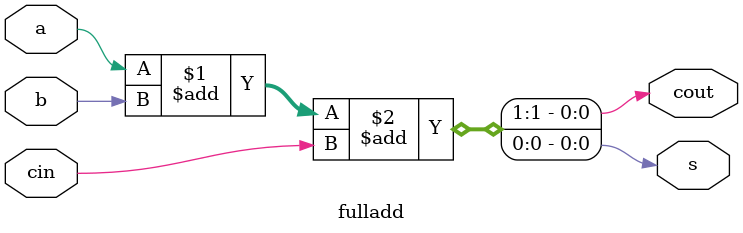
<source format=v>
module fulladd(a,b,cin,s,cout);
input a,b,cin;
output s,cout;

assign {cout,s}=a+b+cin;

endmodule


</source>
